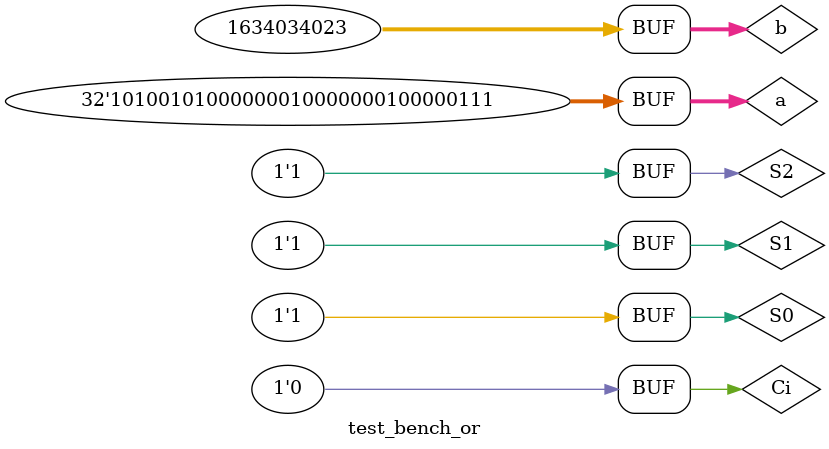
<source format=v>
`define DELAY 20
module test_bench_or();
reg [31:0]a,b; 
reg S0,S1,S2,Ci;
wire [31:0]F;
wire Co;
alu_32_bit ahmet (a, b,S0,S1,S2,Ci,F,Co);

initial begin
a = 32'b00000001000000010000000100000001; b = 32'b01100001011000010110000101100001; Ci=1'b0;  S0 = 1'b1; S1 = 1'b1; S2 = 1'b1;
#`DELAY;

a = 32'b00000001000000010000000100001111; b = 32'b01100001001000010110000001100001; Ci=1'b0;  S0 = 1'b1; S1 = 1'b1; S2 = 1'b1;
#`DELAY;

a = 32'b00100101000000010000000100000111; b = 32'b01100001011000010110000101100111; Ci=1'b0;  S0 = 1'b1; S1 = 1'b1; S2 = 1'b1;
#`DELAY;

a = 32'b10100101000000010000000100000111; b = 32'b01100001011001010110000101100111; Ci=1'b0;  S0 = 1'b1; S1 = 1'b1; S2 = 1'b1;
#`DELAY;
end

 
 
initial
begin
$monitor("time = %2d,a =%32b, b=%32b, A or B=%32b",$time, a, b,F);
end
 
endmodule
</source>
